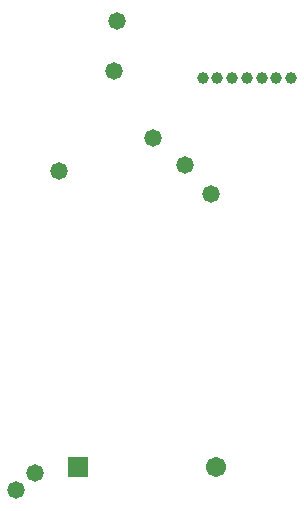
<source format=gbs>
G04 Layer_Color=16711935*
%FSLAX25Y25*%
%MOIN*%
G70*
G01*
G75*
%ADD32R,0.06706X0.06706*%
%ADD33C,0.06706*%
%ADD34C,0.03950*%
%ADD35C,0.05800*%
D32*
X76667Y27300D02*
D03*
D33*
X122533D02*
D03*
D34*
X147653Y156858D02*
D03*
X123153D02*
D03*
X128053D02*
D03*
X132953D02*
D03*
X137853D02*
D03*
X118253D02*
D03*
X142753D02*
D03*
D35*
X89600Y176000D02*
D03*
X88800Y159400D02*
D03*
X62400Y25200D02*
D03*
X56000Y19600D02*
D03*
X70480Y125900D02*
D03*
X101575Y137055D02*
D03*
X112400Y128000D02*
D03*
X120900Y118300D02*
D03*
M02*

</source>
